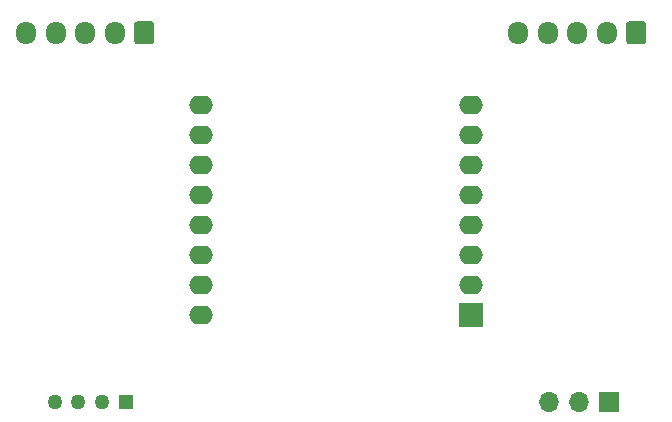
<source format=gbr>
%TF.GenerationSoftware,KiCad,Pcbnew,(5.1.10)-1*%
%TF.CreationDate,2022-04-18T16:41:03+02:00*%
%TF.ProjectId,ULN2803-Mosfet-S2-Mini,554c4e32-3830-4332-9d4d-6f736665742d,rev?*%
%TF.SameCoordinates,Original*%
%TF.FileFunction,Soldermask,Bot*%
%TF.FilePolarity,Negative*%
%FSLAX46Y46*%
G04 Gerber Fmt 4.6, Leading zero omitted, Abs format (unit mm)*
G04 Created by KiCad (PCBNEW (5.1.10)-1) date 2022-04-18 16:41:03*
%MOMM*%
%LPD*%
G01*
G04 APERTURE LIST*
%ADD10O,2.000000X1.600000*%
%ADD11R,2.000000X2.000000*%
%ADD12C,1.270000*%
%ADD13R,1.270000X1.270000*%
%ADD14O,1.700000X1.700000*%
%ADD15R,1.700000X1.700000*%
%ADD16O,1.700000X1.950000*%
G04 APERTURE END LIST*
D10*
%TO.C,U1*%
X35560000Y-101600000D03*
X35560000Y-99060000D03*
X35560000Y-96520000D03*
X35560000Y-93980000D03*
X35560000Y-91440000D03*
X35560000Y-88900000D03*
X35560000Y-86360000D03*
X35560000Y-83820000D03*
X58420000Y-83820000D03*
X58420000Y-86360000D03*
X58420000Y-88900000D03*
X58420000Y-91440000D03*
X58420000Y-93980000D03*
X58420000Y-96520000D03*
D11*
X58420000Y-101600000D03*
D10*
X58420000Y-99060000D03*
%TD*%
D12*
%TO.C,J4*%
X23162260Y-108966000D03*
X25163780Y-108966000D03*
X27160220Y-108966000D03*
D13*
X29161740Y-108966000D03*
%TD*%
D14*
%TO.C,J3*%
X65024000Y-108966000D03*
X67564000Y-108966000D03*
D15*
X70104000Y-108966000D03*
%TD*%
%TO.C,J1*%
G36*
G01*
X31584000Y-76999000D02*
X31584000Y-78449000D01*
G75*
G02*
X31334000Y-78699000I-250000J0D01*
G01*
X30134000Y-78699000D01*
G75*
G02*
X29884000Y-78449000I0J250000D01*
G01*
X29884000Y-76999000D01*
G75*
G02*
X30134000Y-76749000I250000J0D01*
G01*
X31334000Y-76749000D01*
G75*
G02*
X31584000Y-76999000I0J-250000D01*
G01*
G37*
D16*
X28234000Y-77724000D03*
X25734000Y-77724000D03*
X23234000Y-77724000D03*
X20734000Y-77724000D03*
%TD*%
%TO.C,J2*%
G36*
G01*
X73240000Y-76999000D02*
X73240000Y-78449000D01*
G75*
G02*
X72990000Y-78699000I-250000J0D01*
G01*
X71790000Y-78699000D01*
G75*
G02*
X71540000Y-78449000I0J250000D01*
G01*
X71540000Y-76999000D01*
G75*
G02*
X71790000Y-76749000I250000J0D01*
G01*
X72990000Y-76749000D01*
G75*
G02*
X73240000Y-76999000I0J-250000D01*
G01*
G37*
X69890000Y-77724000D03*
X67390000Y-77724000D03*
X64890000Y-77724000D03*
X62390000Y-77724000D03*
%TD*%
M02*

</source>
